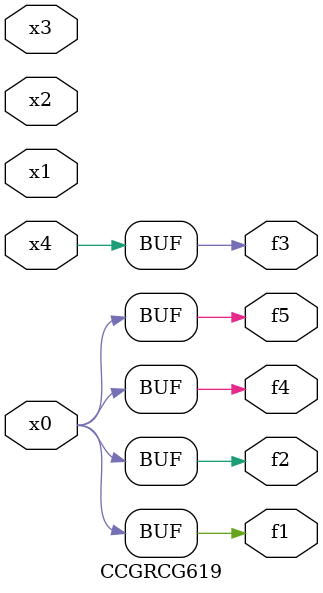
<source format=v>
module CCGRCG619(
	input x0, x1, x2, x3, x4,
	output f1, f2, f3, f4, f5
);
	assign f1 = x0;
	assign f2 = x0;
	assign f3 = x4;
	assign f4 = x0;
	assign f5 = x0;
endmodule

</source>
